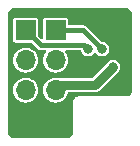
<source format=gbr>
%TF.GenerationSoftware,KiCad,Pcbnew,(6.0.8)*%
%TF.CreationDate,2023-03-28T20:57:46+01:00*%
%TF.ProjectId,motor,6d6f746f-722e-46b6-9963-61645f706362,rev?*%
%TF.SameCoordinates,Original*%
%TF.FileFunction,Copper,L2,Bot*%
%TF.FilePolarity,Positive*%
%FSLAX46Y46*%
G04 Gerber Fmt 4.6, Leading zero omitted, Abs format (unit mm)*
G04 Created by KiCad (PCBNEW (6.0.8)) date 2023-03-28 20:57:46*
%MOMM*%
%LPD*%
G01*
G04 APERTURE LIST*
%TA.AperFunction,ComponentPad*%
%ADD10O,1.700000X1.700000*%
%TD*%
%TA.AperFunction,ComponentPad*%
%ADD11R,1.700000X1.700000*%
%TD*%
%TA.AperFunction,ViaPad*%
%ADD12C,0.800000*%
%TD*%
%TA.AperFunction,Conductor*%
%ADD13C,0.800000*%
%TD*%
%TA.AperFunction,Conductor*%
%ADD14C,0.400000*%
%TD*%
G04 APERTURE END LIST*
D10*
%TO.P,J1,8,Pin_8*%
%TO.N,GND*%
X56140000Y-58840000D03*
%TO.P,J1,7,Pin_7*%
X53600000Y-58840000D03*
%TO.P,J1,6,Pin_6*%
%TO.N,+5V*%
X56140000Y-56300000D03*
%TO.P,J1,5,Pin_5*%
X53600000Y-56300000D03*
%TO.P,J1,4,Pin_4*%
%TO.N,/IN2*%
X56140000Y-53760000D03*
%TO.P,J1,3,Pin_3*%
%TO.N,/IN1*%
X53600000Y-53760000D03*
D11*
%TO.P,J1,2,Pin_2*%
%TO.N,/OUT1*%
X56140000Y-51220000D03*
%TO.P,J1,1,Pin_1*%
%TO.N,/OUT2*%
X53600000Y-51220000D03*
%TD*%
D12*
%TO.N,+5V*%
X61000000Y-54340000D03*
%TO.N,/OUT2*%
X58900000Y-52839745D03*
%TO.N,/OUT1*%
X60093001Y-52840000D03*
%TO.N,GND*%
X58000000Y-54660000D03*
%TD*%
D13*
%TO.N,+5V*%
X56600000Y-55840000D02*
X59500000Y-55840000D01*
X59500000Y-55840000D02*
X61000000Y-54340000D01*
X56140000Y-56300000D02*
X56600000Y-55840000D01*
D14*
%TO.N,/OUT1*%
X58473001Y-51220000D02*
X60093001Y-52840000D01*
X56140000Y-51220000D02*
X58473001Y-51220000D01*
%TO.N,/OUT2*%
X54890000Y-52510000D02*
X53600000Y-51220000D01*
X58570255Y-52510000D02*
X54890000Y-52510000D01*
X58900000Y-52839745D02*
X58570255Y-52510000D01*
D13*
%TO.N,GND*%
X53600000Y-58840000D02*
X56140000Y-58840000D01*
%TD*%
%TA.AperFunction,Conductor*%
%TO.N,GND*%
G36*
X62098740Y-49350843D02*
G01*
X62100000Y-49351365D01*
X62100917Y-49350986D01*
X62106431Y-49351347D01*
X62213769Y-49365478D01*
X62238733Y-49372167D01*
X62332710Y-49411094D01*
X62355091Y-49424016D01*
X62435788Y-49485937D01*
X62454063Y-49504212D01*
X62515984Y-49584909D01*
X62528906Y-49607290D01*
X62567833Y-49701267D01*
X62574522Y-49726231D01*
X62588653Y-49833569D01*
X62589014Y-49839083D01*
X62588635Y-49840000D01*
X62589157Y-49841260D01*
X62589500Y-49846491D01*
X62589500Y-56333509D01*
X62589157Y-56338740D01*
X62588635Y-56340000D01*
X62589014Y-56340917D01*
X62588653Y-56346431D01*
X62574522Y-56453769D01*
X62567833Y-56478733D01*
X62528906Y-56572710D01*
X62515984Y-56595091D01*
X62454063Y-56675788D01*
X62435788Y-56694063D01*
X62355091Y-56755984D01*
X62332710Y-56768906D01*
X62238733Y-56807833D01*
X62213769Y-56814522D01*
X62106431Y-56828653D01*
X62100917Y-56829014D01*
X62100000Y-56828635D01*
X62098740Y-56829157D01*
X62093509Y-56829500D01*
X58114654Y-56829500D01*
X58104674Y-56828996D01*
X58100000Y-56828522D01*
X58100000Y-56826270D01*
X57985684Y-56839150D01*
X57908998Y-56865984D01*
X57882353Y-56875307D01*
X57882351Y-56875308D01*
X57877101Y-56877145D01*
X57872394Y-56880102D01*
X57872389Y-56880105D01*
X57815135Y-56916081D01*
X57779695Y-56938350D01*
X57698350Y-57019695D01*
X57695394Y-57024400D01*
X57640105Y-57112389D01*
X57640102Y-57112394D01*
X57637145Y-57117101D01*
X57599150Y-57225684D01*
X57586270Y-57340000D01*
X57585583Y-57339923D01*
X57585339Y-57342088D01*
X57589500Y-57342088D01*
X57589500Y-59833509D01*
X57589157Y-59838740D01*
X57588635Y-59840000D01*
X57589014Y-59840917D01*
X57588653Y-59846431D01*
X57574522Y-59953769D01*
X57567833Y-59978733D01*
X57528906Y-60072710D01*
X57515984Y-60095091D01*
X57454063Y-60175788D01*
X57435788Y-60194063D01*
X57355091Y-60255984D01*
X57332710Y-60268906D01*
X57238733Y-60307833D01*
X57213769Y-60314522D01*
X57106431Y-60328653D01*
X57100917Y-60329014D01*
X57100000Y-60328635D01*
X57098740Y-60329157D01*
X57093509Y-60329500D01*
X52606491Y-60329500D01*
X52601260Y-60329157D01*
X52600000Y-60328635D01*
X52599083Y-60329014D01*
X52593569Y-60328653D01*
X52486231Y-60314522D01*
X52461267Y-60307833D01*
X52367290Y-60268906D01*
X52344909Y-60255984D01*
X52264212Y-60194063D01*
X52245937Y-60175788D01*
X52184016Y-60095091D01*
X52171094Y-60072710D01*
X52132167Y-59978733D01*
X52125478Y-59953769D01*
X52111347Y-59846431D01*
X52110986Y-59840917D01*
X52111365Y-59840000D01*
X52110843Y-59838740D01*
X52110500Y-59833509D01*
X52110500Y-56285262D01*
X52544520Y-56285262D01*
X52548941Y-56337912D01*
X52560179Y-56471732D01*
X52561759Y-56490553D01*
X52563092Y-56495201D01*
X52563092Y-56495202D01*
X52610435Y-56660305D01*
X52618544Y-56688586D01*
X52712712Y-56871818D01*
X52840677Y-57033270D01*
X52844357Y-57036402D01*
X52844359Y-57036404D01*
X52913503Y-57095250D01*
X52997564Y-57166791D01*
X53001787Y-57169151D01*
X53001791Y-57169154D01*
X53041342Y-57191258D01*
X53177398Y-57267297D01*
X53181996Y-57268791D01*
X53368724Y-57329463D01*
X53368726Y-57329464D01*
X53373329Y-57330959D01*
X53577894Y-57355351D01*
X53582716Y-57354980D01*
X53582719Y-57354980D01*
X53650541Y-57349761D01*
X53783300Y-57339546D01*
X53981725Y-57284145D01*
X53986038Y-57281966D01*
X53986044Y-57281964D01*
X54161289Y-57193441D01*
X54161291Y-57193440D01*
X54165610Y-57191258D01*
X54253805Y-57122353D01*
X54324135Y-57067406D01*
X54324139Y-57067402D01*
X54327951Y-57064424D01*
X54362499Y-57024400D01*
X54388850Y-56993871D01*
X54462564Y-56908472D01*
X54481231Y-56875613D01*
X54561934Y-56733550D01*
X54561935Y-56733547D01*
X54564323Y-56729344D01*
X54576060Y-56694063D01*
X54627824Y-56538454D01*
X54627824Y-56538452D01*
X54629351Y-56533863D01*
X54636316Y-56478733D01*
X54654823Y-56332228D01*
X54655171Y-56329474D01*
X54655583Y-56300000D01*
X54654138Y-56285262D01*
X55084520Y-56285262D01*
X55088941Y-56337912D01*
X55100179Y-56471732D01*
X55101759Y-56490553D01*
X55103092Y-56495201D01*
X55103092Y-56495202D01*
X55150435Y-56660305D01*
X55158544Y-56688586D01*
X55252712Y-56871818D01*
X55380677Y-57033270D01*
X55384357Y-57036402D01*
X55384359Y-57036404D01*
X55453503Y-57095250D01*
X55537564Y-57166791D01*
X55541787Y-57169151D01*
X55541791Y-57169154D01*
X55581342Y-57191258D01*
X55717398Y-57267297D01*
X55721996Y-57268791D01*
X55908724Y-57329463D01*
X55908726Y-57329464D01*
X55913329Y-57330959D01*
X56117894Y-57355351D01*
X56122716Y-57354980D01*
X56122719Y-57354980D01*
X56190541Y-57349761D01*
X56323300Y-57339546D01*
X56521725Y-57284145D01*
X56526038Y-57281966D01*
X56526044Y-57281964D01*
X56701289Y-57193441D01*
X56701291Y-57193440D01*
X56705610Y-57191258D01*
X56793805Y-57122353D01*
X56864135Y-57067406D01*
X56864139Y-57067402D01*
X56867951Y-57064424D01*
X56902499Y-57024400D01*
X56928850Y-56993871D01*
X57002564Y-56908472D01*
X57021231Y-56875613D01*
X57101934Y-56733550D01*
X57101935Y-56733547D01*
X57104323Y-56729344D01*
X57116060Y-56694063D01*
X57167822Y-56538459D01*
X57169351Y-56533863D01*
X57170206Y-56527094D01*
X57170588Y-56526282D01*
X57171029Y-56524341D01*
X57171456Y-56524438D01*
X57196255Y-56471732D01*
X57249871Y-56442254D01*
X57268425Y-56440500D01*
X59454151Y-56440500D01*
X59467072Y-56441347D01*
X59500000Y-56445682D01*
X59532928Y-56441347D01*
X59539361Y-56440500D01*
X59656762Y-56425044D01*
X59802841Y-56364536D01*
X59928282Y-56268282D01*
X59948498Y-56241936D01*
X59957036Y-56232199D01*
X61392199Y-54797036D01*
X61401936Y-54788498D01*
X61423129Y-54772236D01*
X61428282Y-54768282D01*
X61524536Y-54642841D01*
X61585044Y-54496762D01*
X61605682Y-54340000D01*
X61585044Y-54183238D01*
X61524536Y-54037159D01*
X61428282Y-53911718D01*
X61302841Y-53815464D01*
X61156762Y-53754956D01*
X61000000Y-53734318D01*
X60843238Y-53754956D01*
X60697159Y-53815464D01*
X60571718Y-53911718D01*
X60567764Y-53916871D01*
X60551502Y-53938064D01*
X60542964Y-53947801D01*
X59280261Y-55210504D01*
X59225744Y-55238281D01*
X59210257Y-55239500D01*
X56645849Y-55239500D01*
X56632927Y-55238653D01*
X56600000Y-55234318D01*
X56593566Y-55235165D01*
X56560639Y-55239500D01*
X56443238Y-55254956D01*
X56437241Y-55257440D01*
X56422116Y-55263705D01*
X56361119Y-55268506D01*
X56357849Y-55267608D01*
X56356880Y-55267409D01*
X56352254Y-55265977D01*
X56347444Y-55265472D01*
X56347442Y-55265471D01*
X56152185Y-55244949D01*
X56152183Y-55244949D01*
X56147369Y-55244443D01*
X56087354Y-55249905D01*
X55947022Y-55262675D01*
X55947017Y-55262676D01*
X55942203Y-55263114D01*
X55744572Y-55321280D01*
X55740288Y-55323519D01*
X55740287Y-55323520D01*
X55729428Y-55329197D01*
X55562002Y-55416726D01*
X55558231Y-55419758D01*
X55405220Y-55542781D01*
X55405217Y-55542783D01*
X55401447Y-55545815D01*
X55398333Y-55549526D01*
X55398332Y-55549527D01*
X55389585Y-55559952D01*
X55269024Y-55703630D01*
X55266689Y-55707878D01*
X55266688Y-55707879D01*
X55259955Y-55720126D01*
X55169776Y-55884162D01*
X55107484Y-56080532D01*
X55106944Y-56085344D01*
X55106944Y-56085345D01*
X55086425Y-56268282D01*
X55084520Y-56285262D01*
X54654138Y-56285262D01*
X54635480Y-56094970D01*
X54575935Y-55897749D01*
X54479218Y-55715849D01*
X54349011Y-55556200D01*
X54190275Y-55424882D01*
X54009055Y-55326897D01*
X53945855Y-55307333D01*
X53816875Y-55267407D01*
X53816871Y-55267406D01*
X53812254Y-55265977D01*
X53807446Y-55265472D01*
X53807443Y-55265471D01*
X53612185Y-55244949D01*
X53612183Y-55244949D01*
X53607369Y-55244443D01*
X53547354Y-55249905D01*
X53407022Y-55262675D01*
X53407017Y-55262676D01*
X53402203Y-55263114D01*
X53204572Y-55321280D01*
X53200288Y-55323519D01*
X53200287Y-55323520D01*
X53189428Y-55329197D01*
X53022002Y-55416726D01*
X53018231Y-55419758D01*
X52865220Y-55542781D01*
X52865217Y-55542783D01*
X52861447Y-55545815D01*
X52858333Y-55549526D01*
X52858332Y-55549527D01*
X52849585Y-55559952D01*
X52729024Y-55703630D01*
X52726689Y-55707878D01*
X52726688Y-55707879D01*
X52719955Y-55720126D01*
X52629776Y-55884162D01*
X52567484Y-56080532D01*
X52566944Y-56085344D01*
X52566944Y-56085345D01*
X52546425Y-56268282D01*
X52544520Y-56285262D01*
X52110500Y-56285262D01*
X52110500Y-53745262D01*
X52544520Y-53745262D01*
X52544925Y-53750082D01*
X52558931Y-53916871D01*
X52561759Y-53950553D01*
X52618544Y-54148586D01*
X52712712Y-54331818D01*
X52840677Y-54493270D01*
X52844357Y-54496402D01*
X52844359Y-54496404D01*
X52957017Y-54592283D01*
X52997564Y-54626791D01*
X53001787Y-54629151D01*
X53001791Y-54629154D01*
X53041342Y-54651258D01*
X53177398Y-54727297D01*
X53181996Y-54728791D01*
X53368724Y-54789463D01*
X53368726Y-54789464D01*
X53373329Y-54790959D01*
X53577894Y-54815351D01*
X53582716Y-54814980D01*
X53582719Y-54814980D01*
X53650541Y-54809761D01*
X53783300Y-54799546D01*
X53981725Y-54744145D01*
X53986038Y-54741966D01*
X53986044Y-54741964D01*
X54161289Y-54653441D01*
X54161291Y-54653440D01*
X54165610Y-54651258D01*
X54169793Y-54647990D01*
X54324135Y-54527406D01*
X54324139Y-54527402D01*
X54327951Y-54524424D01*
X54357384Y-54490326D01*
X54387313Y-54455651D01*
X54462564Y-54368472D01*
X54464957Y-54364260D01*
X54561934Y-54193550D01*
X54561935Y-54193547D01*
X54564323Y-54189344D01*
X54566355Y-54183238D01*
X54627824Y-53998454D01*
X54627824Y-53998452D01*
X54629351Y-53993863D01*
X54655171Y-53789474D01*
X54655583Y-53760000D01*
X54655313Y-53757244D01*
X54635952Y-53559780D01*
X54635951Y-53559776D01*
X54635480Y-53554970D01*
X54575935Y-53357749D01*
X54479218Y-53175849D01*
X54349011Y-53016200D01*
X54332764Y-53002759D01*
X54194002Y-52887965D01*
X54194000Y-52887964D01*
X54190275Y-52884882D01*
X54009055Y-52786897D01*
X53945855Y-52767333D01*
X53816875Y-52727407D01*
X53816871Y-52727406D01*
X53812254Y-52725977D01*
X53807446Y-52725472D01*
X53807443Y-52725471D01*
X53612185Y-52704949D01*
X53612183Y-52704949D01*
X53607369Y-52704443D01*
X53547354Y-52709905D01*
X53407022Y-52722675D01*
X53407017Y-52722676D01*
X53402203Y-52723114D01*
X53204572Y-52781280D01*
X53200288Y-52783519D01*
X53200287Y-52783520D01*
X53189428Y-52789197D01*
X53022002Y-52876726D01*
X53018231Y-52879758D01*
X52865220Y-53002781D01*
X52865217Y-53002783D01*
X52861447Y-53005815D01*
X52858333Y-53009526D01*
X52858332Y-53009527D01*
X52739383Y-53151285D01*
X52729024Y-53163630D01*
X52726689Y-53167878D01*
X52726688Y-53167879D01*
X52719955Y-53180126D01*
X52629776Y-53344162D01*
X52628313Y-53348775D01*
X52628311Y-53348779D01*
X52597841Y-53444835D01*
X52567484Y-53540532D01*
X52566944Y-53545344D01*
X52566944Y-53545345D01*
X52545653Y-53735165D01*
X52544520Y-53745262D01*
X52110500Y-53745262D01*
X52110500Y-52089748D01*
X52549500Y-52089748D01*
X52550448Y-52094512D01*
X52556384Y-52124354D01*
X52561133Y-52148231D01*
X52605448Y-52214552D01*
X52671769Y-52258867D01*
X52681332Y-52260769D01*
X52681334Y-52260770D01*
X52704005Y-52265279D01*
X52730252Y-52270500D01*
X54043100Y-52270500D01*
X54101291Y-52289407D01*
X54113104Y-52299496D01*
X54651658Y-52838050D01*
X54673156Y-52849004D01*
X54686386Y-52857111D01*
X54705910Y-52871296D01*
X54713320Y-52873704D01*
X54713321Y-52873704D01*
X54728855Y-52878751D01*
X54743204Y-52884695D01*
X54764696Y-52895646D01*
X54772392Y-52896865D01*
X54788524Y-52899420D01*
X54803627Y-52903046D01*
X54819157Y-52908092D01*
X54819160Y-52908093D01*
X54826567Y-52910499D01*
X54858477Y-52910499D01*
X54858481Y-52910500D01*
X55269120Y-52910500D01*
X55327311Y-52929407D01*
X55363275Y-52978907D01*
X55363275Y-53040093D01*
X55344958Y-53073136D01*
X55282148Y-53147990D01*
X55269024Y-53163630D01*
X55266689Y-53167878D01*
X55266688Y-53167879D01*
X55259955Y-53180126D01*
X55169776Y-53344162D01*
X55168313Y-53348775D01*
X55168311Y-53348779D01*
X55137841Y-53444835D01*
X55107484Y-53540532D01*
X55106944Y-53545344D01*
X55106944Y-53545345D01*
X55085653Y-53735165D01*
X55084520Y-53745262D01*
X55084925Y-53750082D01*
X55098931Y-53916871D01*
X55101759Y-53950553D01*
X55158544Y-54148586D01*
X55252712Y-54331818D01*
X55380677Y-54493270D01*
X55384357Y-54496402D01*
X55384359Y-54496404D01*
X55497017Y-54592283D01*
X55537564Y-54626791D01*
X55541787Y-54629151D01*
X55541791Y-54629154D01*
X55581342Y-54651258D01*
X55717398Y-54727297D01*
X55721996Y-54728791D01*
X55908724Y-54789463D01*
X55908726Y-54789464D01*
X55913329Y-54790959D01*
X56117894Y-54815351D01*
X56122716Y-54814980D01*
X56122719Y-54814980D01*
X56190541Y-54809761D01*
X56323300Y-54799546D01*
X56521725Y-54744145D01*
X56526038Y-54741966D01*
X56526044Y-54741964D01*
X56701289Y-54653441D01*
X56701291Y-54653440D01*
X56705610Y-54651258D01*
X56709793Y-54647990D01*
X56864135Y-54527406D01*
X56864139Y-54527402D01*
X56867951Y-54524424D01*
X56897384Y-54490326D01*
X56927313Y-54455651D01*
X57002564Y-54368472D01*
X57004957Y-54364260D01*
X57101934Y-54193550D01*
X57101935Y-54193547D01*
X57104323Y-54189344D01*
X57106355Y-54183238D01*
X57167824Y-53998454D01*
X57167824Y-53998452D01*
X57169351Y-53993863D01*
X57195171Y-53789474D01*
X57195583Y-53760000D01*
X57195313Y-53757244D01*
X57175952Y-53559780D01*
X57175951Y-53559776D01*
X57175480Y-53554970D01*
X57115935Y-53357749D01*
X57019218Y-53175849D01*
X56934578Y-53072070D01*
X56912451Y-53015027D01*
X56928081Y-52955871D01*
X56975496Y-52917200D01*
X57011297Y-52910500D01*
X58216822Y-52910500D01*
X58275013Y-52929407D01*
X58312449Y-52983877D01*
X58314109Y-52990071D01*
X58314956Y-52996507D01*
X58317440Y-53002504D01*
X58320349Y-53009527D01*
X58375464Y-53142586D01*
X58471718Y-53268027D01*
X58597159Y-53364281D01*
X58743238Y-53424789D01*
X58900000Y-53445427D01*
X59056762Y-53424789D01*
X59202841Y-53364281D01*
X59328282Y-53268027D01*
X59417861Y-53151285D01*
X59468285Y-53116629D01*
X59529450Y-53118230D01*
X59574943Y-53151284D01*
X59664719Y-53268282D01*
X59790160Y-53364536D01*
X59936239Y-53425044D01*
X60093001Y-53445682D01*
X60249763Y-53425044D01*
X60395842Y-53364536D01*
X60521283Y-53268282D01*
X60617537Y-53142841D01*
X60678045Y-52996762D01*
X60698683Y-52840000D01*
X60678045Y-52683238D01*
X60617537Y-52537159D01*
X60521283Y-52411718D01*
X60395842Y-52315464D01*
X60249763Y-52254956D01*
X60093001Y-52234318D01*
X60092972Y-52234322D01*
X60037376Y-52216258D01*
X60025563Y-52206169D01*
X58733910Y-50914516D01*
X58733906Y-50914513D01*
X58711343Y-50891950D01*
X58689847Y-50880998D01*
X58676606Y-50872883D01*
X58663396Y-50863285D01*
X58657091Y-50858704D01*
X58634144Y-50851248D01*
X58619798Y-50845305D01*
X58598305Y-50834354D01*
X58590612Y-50833136D01*
X58590610Y-50833135D01*
X58574482Y-50830581D01*
X58559381Y-50826956D01*
X58536434Y-50819500D01*
X57289500Y-50819500D01*
X57231309Y-50800593D01*
X57195345Y-50751093D01*
X57190500Y-50720500D01*
X57190500Y-50350252D01*
X57178867Y-50291769D01*
X57134552Y-50225448D01*
X57068231Y-50181133D01*
X57058668Y-50179231D01*
X57058666Y-50179230D01*
X57035995Y-50174721D01*
X57009748Y-50169500D01*
X55270252Y-50169500D01*
X55244005Y-50174721D01*
X55221334Y-50179230D01*
X55221332Y-50179231D01*
X55211769Y-50181133D01*
X55145448Y-50225448D01*
X55101133Y-50291769D01*
X55089500Y-50350252D01*
X55089500Y-51904100D01*
X55070593Y-51962291D01*
X55021093Y-51998255D01*
X54959907Y-51998255D01*
X54920496Y-51974104D01*
X54679496Y-51733104D01*
X54651719Y-51678587D01*
X54650500Y-51663100D01*
X54650500Y-50350252D01*
X54638867Y-50291769D01*
X54594552Y-50225448D01*
X54528231Y-50181133D01*
X54518668Y-50179231D01*
X54518666Y-50179230D01*
X54495995Y-50174721D01*
X54469748Y-50169500D01*
X52730252Y-50169500D01*
X52704005Y-50174721D01*
X52681334Y-50179230D01*
X52681332Y-50179231D01*
X52671769Y-50181133D01*
X52605448Y-50225448D01*
X52561133Y-50291769D01*
X52549500Y-50350252D01*
X52549500Y-52089748D01*
X52110500Y-52089748D01*
X52110500Y-49846491D01*
X52110843Y-49841260D01*
X52111365Y-49840000D01*
X52110986Y-49839083D01*
X52111347Y-49833569D01*
X52125478Y-49726231D01*
X52132167Y-49701267D01*
X52171094Y-49607290D01*
X52184016Y-49584909D01*
X52245937Y-49504212D01*
X52264212Y-49485937D01*
X52344909Y-49424016D01*
X52367290Y-49411094D01*
X52461267Y-49372167D01*
X52486231Y-49365478D01*
X52593569Y-49351347D01*
X52599083Y-49350986D01*
X52600000Y-49351365D01*
X52601260Y-49350843D01*
X52606491Y-49350500D01*
X62093509Y-49350500D01*
X62098740Y-49350843D01*
G37*
%TD.AperFunction*%
%TD*%
M02*

</source>
